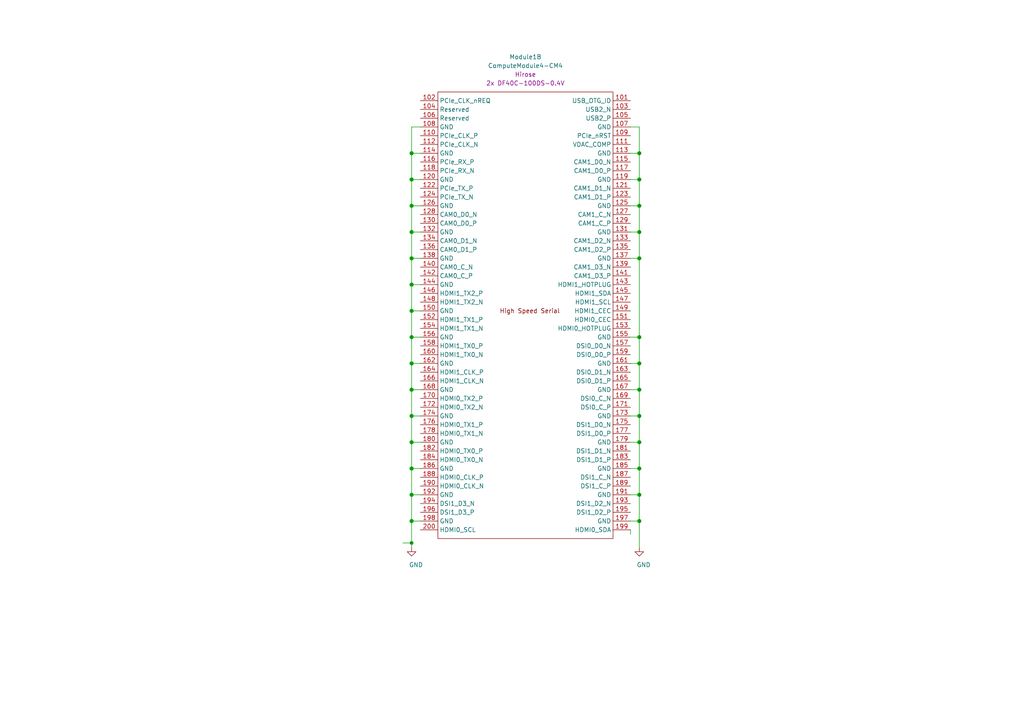
<source format=kicad_sch>
(kicad_sch (version 20250114) (generator "eeschema") (generator_version "9.0")
  (paper "A4")
  (title_block (title "Raspberry Pi Compute Module 4 Base Carrier") (date "2020-10-31") (rev "v01") (comment 2 "creativecommons.org/licenses/by-sa/4.0") (comment 3 "License: CC BY-SA 4.0") (comment 4 "Author: Shawn Hymel"))
  (lib_symbols
    (symbol "CM4IO:ComputeModule4-CM4"
      (property "Reference" "Module" (at 113.03 -68.58 0))
      (property "Value" "ComputeModule4-CM4" (at 140.97 2.54 0))
      (property "Manufacturer" "Hirose" (at 0 0 0))
      (property "MPN" "2x DF40C-100DS-0.4V" (at 0 -2.54 0))
      (property "MPN (Alt)" "2x DF40HC(3.0)-100DS-0.4V" (at 0 0 0))
      (symbol "ComputeModule4-CM4_1_0"
        (text "GPIO" (at 0 6.35 0) (effects (font (size 1.27 1.27))))
      )
      (symbol "ComputeModule4-CM4_1_1"
        (rectangle (start -30.48 -71.12) (end 25.4 58.42))
        (text "600mA Max" (at -8.89 -48.26 0) (effects (font (size 1.27 1.27))))
        (text "600mA Max" (at -8.89 -53.34 0) (effects (font (size 1.27 1.27))))
        (text "NB SD signals are only available" (at -1.27 -27.94 0) (effects (font (size 1.27 1.27))))
        (text "on modules without eMMC" (at -1.27 -30.48 0) (effects (font (size 1.27 1.27))))
        (pin power_in line (at -33.02 55.88 0) (length 2.54) (name "GND") (number "2"))
        (pin passive line (at -33.02 53.34 0) (length 2.54) (name "Ethernet_Pair1_P") (number "4"))
        (pin passive line (at -33.02 50.8 0) (length 2.54) (name "Ethernet_Pair1_N") (number "6"))
        (pin power_in line (at -33.02 48.26 0) (length 2.54) (name "GND") (number "8"))
        (pin passive line (at -33.02 45.72 0) (length 2.54) (name "Ethernet_Pair0_N") (number "10"))
        (pin passive line (at -33.02 43.18 0) (length 2.54) (name "Ethernet_Pair0_P") (number "12"))
        (pin power_in line (at -33.02 40.64 0) (length 2.54) (name "GND") (number "14"))
        (pin input line (at -33.02 38.1 0) (length 2.54) (name "Ethernet_SYNC_IN(1.8v)") (number "16"))
        (pin input line (at -33.02 35.56 0) (length 2.54) (name "Ethernet_SYNC_OUT(1.8v)") (number "18"))
        (pin passive line (at -33.02 33.02 0) (length 2.54) (name "EEPROM_nWP") (number "20"))
        (pin power_in line (at -33.02 30.48 0) (length 2.54) (name "GND") (number "22"))
        (pin passive line (at -33.02 27.94 0) (length 2.54) (name "GPIO26") (number "24"))
        (pin passive line (at -33.02 25.4 0) (length 2.54) (name "GPIO19") (number "26"))
        (pin passive line (at -33.02 22.86 0) (length 2.54) (name "GPIO13") (number "28"))
        (pin passive line (at -33.02 20.32 0) (length 2.54) (name "GPIO6") (number "30"))
        (pin power_in line (at -33.02 17.78 0) (length 2.54) (name "GND") (number "32"))
        (pin passive line (at -33.02 15.24 0) (length 2.54) (name "GPIO5") (number "34"))
        (pin passive line (at -33.02 12.7 0) (length 2.54) (name "ID_SD") (number "36"))
        (pin passive line (at -33.02 10.16 0) (length 2.54) (name "GPIO11") (number "38"))
        (pin passive line (at -33.02 7.62 0) (length 2.54) (name "GPIO9") (number "40"))
        (pin power_in line (at -33.02 5.08 0) (length 2.54) (name "GND") (number "42"))
        (pin passive line (at -33.02 2.54 0) (length 2.54) (name "GPIO10") (number "44"))
        (pin passive line (at -33.02 0 0) (length 2.54) (name "GPIO22") (number "46"))
        (pin passive line (at -33.02 -2.54 0) (length 2.54) (name "GPIO27") (number "48"))
        (pin passive line (at -33.02 -5.08 0) (length 2.54) (name "GPIO17") (number "50"))
        (pin power_in line (at -33.02 -7.62 0) (length 2.54) (name "GND") (number "52"))
        (pin passive line (at -33.02 -10.16 0) (length 2.54) (name "GPIO4") (number "54"))
        (pin passive line (at -33.02 -12.7 0) (length 2.54) (name "GPIO3") (number "56"))
        (pin passive line (at -33.02 -15.24 0) (length 2.54) (name "GPIO2") (number "58"))
        (pin power_in line (at -33.02 -17.78 0) (length 2.54) (name "GND") (number "60"))
        (pin passive line (at -33.02 -20.32 0) (length 2.54) (name "SD_CMD") (number "62"))
        (pin passive line (at -33.02 -22.86 0) (length 2.54) (name "SD_DAT5") (number "64"))
        (pin power_in line (at -33.02 -25.4 0) (length 2.54) (name "GND") (number "66"))
        (pin passive line (at -33.02 -27.94 0) (length 2.54) (name "SD_DAT4") (number "68"))
        (pin passive line (at -33.02 -30.48 0) (length 2.54) (name "SD_DAT7") (number "70"))
        (pin passive line (at -33.02 -33.02 0) (length 2.54) (name "SD_DAT6") (number "72"))
        (pin power_in line (at -33.02 -35.56 0) (length 2.54) (name "GND") (number "74"))
        (pin passive line (at -33.02 -38.1 0) (length 2.54) (name "Reserved") (number "76"))
        (pin power_in line (at -33.02 -40.64 0) (length 2.54) (name "GPIO_VREF(1.8v/3.3v_Input)") (number "78"))
        (pin passive line (at -33.02 -43.18 0) (length 2.54) (name "SCL0") (number "80"))
        (pin passive line (at -33.02 -45.72 0) (length 2.54) (name "SDA0") (number "82"))
        (pin power_out line (at -33.02 -48.26 0) (length 2.54) (name "+3.3v_(Output)") (number "84"))
        (pin power_out line (at -33.02 -50.8 0) (length 2.54) (name "+3.3v_(Output)") (number "86"))
        (pin power_out line (at -33.02 -53.34 0) (length 2.54) (name "+1.8v_(Output)") (number "88"))
        (pin power_out line (at -33.02 -55.88 0) (length 2.54) (name "+1.8v_(Output)") (number "90"))
        (pin passive line (at -33.02 -58.42 0) (length 2.54) (name "RUN_PG") (number "92"))
        (pin passive line (at -33.02 -60.96 0) (length 2.54) (name "AnalogIP0") (number "94"))
        (pin passive line (at -33.02 -63.5 0) (length 2.54) (name "AnalogIP1") (number "96"))
        (pin power_in line (at -33.02 -66.04 0) (length 2.54) (name "GND") (number "98"))
        (pin output line (at -33.02 -68.58 0) (length 2.54) (name "nEXTRST") (number "100"))
        (pin power_in line (at 27.94 55.88 180) (length 2.54) (name "GND") (number "1"))
        (pin passive line (at 27.94 53.34 180) (length 2.54) (name "Ethernet_Pair3_P") (number "3"))
        (pin passive line (at 27.94 50.8 180) (length 2.54) (name "Ethernet_Pair3_N") (number "5"))
        (pin power_in line (at 27.94 48.26 180) (length 2.54) (name "GND") (number "7"))
        (pin passive line (at 27.94 45.72 180) (length 2.54) (name "Ethernet_Pair2_N") (number "9"))
        (pin passive line (at 27.94 43.18 180) (length 2.54) (name "Ethernet_Pair2_P") (number "11"))
        (pin power_in line (at 27.94 40.64 180) (length 2.54) (name "GND") (number "13"))
        (pin output line (at 27.94 38.1 180) (length 2.54) (name "Ethernet_nLED3(3.3v)") (number "15"))
        (pin output line (at 27.94 35.56 180) (length 2.54) (name "Ethernet_nLED2(3.3v)") (number "17"))
        (pin output line (at 27.94 33.02 180) (length 2.54) (name "Ethernet_nLED1(3.3v)") (number "19"))
        (pin open_collector line (at 27.94 30.48 180) (length 2.54) (name "PI_nLED_Activity") (number "21"))
        (pin power_in line (at 27.94 27.94 180) (length 2.54) (name "GND") (number "23"))
        (pin passive line (at 27.94 25.4 180) (length 2.54) (name "GPIO21") (number "25"))
        (pin passive line (at 27.94 22.86 180) (length 2.54) (name "GPIO20") (number "27"))
        (pin passive line (at 27.94 20.32 180) (length 2.54) (name "GPIO16") (number "29"))
        (pin passive line (at 27.94 17.78 180) (length 2.54) (name "GPIO12") (number "31"))
        (pin power_in line (at 27.94 15.24 180) (length 2.54) (name "GND") (number "33"))
        (pin passive line (at 27.94 12.7 180) (length 2.54) (name "ID_SC") (number "35"))
        (pin passive line (at 27.94 10.16 180) (length 2.54) (name "GPIO7") (number "37"))
        (pin passive line (at 27.94 7.62 180) (length 2.54) (name "GPIO8") (number "39"))
        (pin passive line (at 27.94 5.08 180) (length 2.54) (name "GPIO25") (number "41"))
        (pin power_in line (at 27.94 2.54 180) (length 2.54) (name "GND") (number "43"))
        (pin passive line (at 27.94 0 180) (length 2.54) (name "GPIO24") (number "45"))
        (pin passive line (at 27.94 -2.54 180) (length 2.54) (name "GPIO23") (number "47"))
        (pin passive line (at 27.94 -5.08 180) (length 2.54) (name "GPIO18") (number "49"))
        (pin passive line (at 27.94 -7.62 180) (length 2.54) (name "GPIO15") (number "51"))
        (pin power_in line (at 27.94 -10.16 180) (length 2.54) (name "GND") (number "53"))
        (pin passive line (at 27.94 -12.7 180) (length 2.54) (name "GPIO14") (number "55"))
        (pin passive line (at 27.94 -15.24 180) (length 2.54) (name "SD_CLK") (number "57"))
        (pin power_in line (at 27.94 -17.78 180) (length 2.54) (name "GND") (number "59"))
        (pin passive line (at 27.94 -20.32 180) (length 2.54) (name "SD_DAT3") (number "61"))
        (pin passive line (at 27.94 -22.86 180) (length 2.54) (name "SD_DAT0") (number "63"))
        (pin power_in line (at 27.94 -25.4 180) (length 2.54) (name "GND") (number "65"))
        (pin passive line (at 27.94 -27.94 180) (length 2.54) (name "SD_DAT1") (number "67"))
        (pin passive line (at 27.94 -30.48 180) (length 2.54) (name "SD_DAT2") (number "69"))
        (pin power_in line (at 27.94 -33.02 180) (length 2.54) (name "GND") (number "71"))
        (pin input line (at 27.94 -35.56 180) (length 2.54) (name "SD_VDD_Override") (number "73"))
        (pin output line (at 27.94 -38.1 180) (length 2.54) (name "SD_PWR_ON") (number "75"))
        (pin power_in line (at 27.94 -40.64 180) (length 2.54) (name "+5v_(Input)") (number "77"))
        (pin power_in line (at 27.94 -43.18 180) (length 2.54) (name "+5v_(Input)") (number "79"))
        (pin power_in line (at 27.94 -45.72 180) (length 2.54) (name "+5v_(Input)") (number "81"))
        (pin power_in line (at 27.94 -48.26 180) (length 2.54) (name "+5v_(Input)") (number "83"))
        (pin power_in line (at 27.94 -50.8 180) (length 2.54) (name "+5v_(Input)") (number "85"))
        (pin power_in line (at 27.94 -53.34 180) (length 2.54) (name "+5v_(Input)") (number "87"))
        (pin power_in line (at 27.94 -55.88 180) (length 2.54) (name "WiFi_nDisable") (number "89"))
        (pin power_in line (at 27.94 -58.42 180) (length 2.54) (name "BT_nDisable") (number "91"))
        (pin input line (at 27.94 -60.96 180) (length 2.54) (name "nRPIBOOT") (number "93"))
        (pin output line (at 27.94 -63.5 180) (length 2.54) (name "nPI_LED_PWR") (number "95"))
        (pin passive line (at 27.94 -66.04 180) (length 2.54) (name "Camera_GPIO") (number "97"))
        (pin input line (at 27.94 -68.58 180) (length 2.54) (name "Global_EN") (number "99"))
      )
      (symbol "ComputeModule4-CM4_2_1"
        (rectangle (start 114.3 -66.04) (end 165.1 63.5))
        (text "High Speed Serial" (at 140.97 0 0) (effects (font (size 1.27 1.27))))
        (pin input line (at 109.22 60.96 0) (length 5.08) (name "PCIe_CLK_nREQ") (number "102"))
        (pin passive line (at 109.22 58.42 0) (length 5.08) (name "Reserved") (number "104"))
        (pin passive line (at 109.22 55.88 0) (length 5.08) (name "Reserved") (number "106"))
        (pin power_in line (at 109.22 53.34 0) (length 5.08) (name "GND") (number "108"))
        (pin output line (at 109.22 50.8 0) (length 5.08) (name "PCIe_CLK_P") (number "110"))
        (pin output line (at 109.22 48.26 0) (length 5.08) (name "PCIe_CLK_N") (number "112"))
        (pin power_in line (at 109.22 45.72 0) (length 5.08) (name "GND") (number "114"))
        (pin input line (at 109.22 43.18 0) (length 5.08) (name "PCIe_RX_P") (number "116"))
        (pin input line (at 109.22 40.64 0) (length 5.08) (name "PCIe_RX_N") (number "118"))
        (pin power_in line (at 109.22 38.1 0) (length 5.08) (name "GND") (number "120"))
        (pin output line (at 109.22 35.56 0) (length 5.08) (name "PCIe_TX_P") (number "122"))
        (pin output line (at 109.22 33.02 0) (length 5.08) (name "PCIe_TX_N") (number "124"))
        (pin power_in line (at 109.22 30.48 0) (length 5.08) (name "GND") (number "126"))
        (pin input line (at 109.22 27.94 0) (length 5.08) (name "CAM0_D0_N") (number "128"))
        (pin input line (at 109.22 25.4 0) (length 5.08) (name "CAM0_D0_P") (number "130"))
        (pin power_in line (at 109.22 22.86 0) (length 5.08) (name "GND") (number "132"))
        (pin input line (at 109.22 20.32 0) (length 5.08) (name "CAM0_D1_N") (number "134"))
        (pin input line (at 109.22 17.78 0) (length 5.08) (name "CAM0_D1_P") (number "136"))
        (pin power_in line (at 109.22 15.24 0) (length 5.08) (name "GND") (number "138"))
        (pin input line (at 109.22 12.7 0) (length 5.08) (name "CAM0_C_N") (number "140"))
        (pin input line (at 109.22 10.16 0) (length 5.08) (name "CAM0_C_P") (number "142"))
        (pin power_in line (at 109.22 7.62 0) (length 5.08) (name "GND") (number "144"))
        (pin output line (at 109.22 5.08 0) (length 5.08) (name "HDMI1_TX2_P") (number "146"))
        (pin output line (at 109.22 2.54 0) (length 5.08) (name "HDMI1_TX2_N") (number "148"))
        (pin power_in line (at 109.22 0 0) (length 5.08) (name "GND") (number "150"))
        (pin output line (at 109.22 -2.54 0) (length 5.08) (name "HDMI1_TX1_P") (number "152"))
        (pin output line (at 109.22 -5.08 0) (length 5.08) (name "HDMI1_TX1_N") (number "154"))
        (pin power_in line (at 109.22 -7.62 0) (length 5.08) (name "GND") (number "156"))
        (pin output line (at 109.22 -10.16 0) (length 5.08) (name "HDMI1_TX0_P") (number "158"))
        (pin output line (at 109.22 -12.7 0) (length 5.08) (name "HDMI1_TX0_N") (number "160"))
        (pin power_in line (at 109.22 -15.24 0) (length 5.08) (name "GND") (number "162"))
        (pin output line (at 109.22 -17.78 0) (length 5.08) (name "HDMI1_CLK_P") (number "164"))
        (pin output line (at 109.22 -20.32 0) (length 5.08) (name "HDMI1_CLK_N") (number "166"))
        (pin power_in line (at 109.22 -22.86 0) (length 5.08) (name "GND") (number "168"))
        (pin output line (at 109.22 -25.4 0) (length 5.08) (name "HDMI0_TX2_P") (number "170"))
        (pin output line (at 109.22 -27.94 0) (length 5.08) (name "HDMI0_TX2_N") (number "172"))
        (pin power_in line (at 109.22 -30.48 0) (length 5.08) (name "GND") (number "174"))
        (pin output line (at 109.22 -33.02 0) (length 5.08) (name "HDMI0_TX1_P") (number "176"))
        (pin output line (at 109.22 -35.56 0) (length 5.08) (name "HDMI0_TX1_N") (number "178"))
        (pin power_in line (at 109.22 -38.1 0) (length 5.08) (name "GND") (number "180"))
        (pin output line (at 109.22 -40.64 0) (length 5.08) (name "HDMI0_TX0_P") (number "182"))
        (pin output line (at 109.22 -43.18 0) (length 5.08) (name "HDMI0_TX0_N") (number "184"))
        (pin power_in line (at 109.22 -45.72 0) (length 5.08) (name "GND") (number "186"))
        (pin output line (at 109.22 -48.26 0) (length 5.08) (name "HDMI0_CLK_P") (number "188"))
        (pin output line (at 109.22 -50.8 0) (length 5.08) (name "HDMI0_CLK_N") (number "190"))
        (pin power_in line (at 109.22 -53.34 0) (length 5.08) (name "GND") (number "192"))
        (pin output line (at 109.22 -55.88 0) (length 5.08) (name "DSI1_D3_N") (number "194"))
        (pin output line (at 109.22 -58.42 0) (length 5.08) (name "DSI1_D3_P") (number "196"))
        (pin power_in line (at 109.22 -60.96 0) (length 5.08) (name "GND") (number "198"))
        (pin open_collector line (at 109.22 -63.5 0) (length 5.08) (name "HDMI0_SCL") (number "200"))
        (pin input line (at 170.18 60.96 180) (length 5.08) (name "USB_OTG_ID") (number "101"))
        (pin passive line (at 170.18 58.42 180) (length 5.08) (name "USB2_N") (number "103"))
        (pin passive line (at 170.18 55.88 180) (length 5.08) (name "USB2_P") (number "105"))
        (pin power_in line (at 170.18 53.34 180) (length 5.08) (name "GND") (number "107"))
        (pin bidirectional line (at 170.18 50.8 180) (length 5.08) (name "PCIe_nRST") (number "109"))
        (pin passive line (at 170.18 48.26 180) (length 5.08) (name "VDAC_COMP") (number "111"))
        (pin power_in line (at 170.18 45.72 180) (length 5.08) (name "GND") (number "113"))
        (pin input line (at 170.18 43.18 180) (length 5.08) (name "CAM1_D0_N") (number "115"))
        (pin input line (at 170.18 40.64 180) (length 5.08) (name "CAM1_D0_P") (number "117"))
        (pin power_in line (at 170.18 38.1 180) (length 5.08) (name "GND") (number "119"))
        (pin input line (at 170.18 35.56 180) (length 5.08) (name "CAM1_D1_N") (number "121"))
        (pin input line (at 170.18 33.02 180) (length 5.08) (name "CAM1_D1_P") (number "123"))
        (pin power_in line (at 170.18 30.48 180) (length 5.08) (name "GND") (number "125"))
        (pin input line (at 170.18 27.94 180) (length 5.08) (name "CAM1_C_N") (number "127"))
        (pin input line (at 170.18 25.4 180) (length 5.08) (name "CAM1_C_P") (number "129"))
        (pin power_in line (at 170.18 22.86 180) (length 5.08) (name "GND") (number "131"))
        (pin input line (at 170.18 20.32 180) (length 5.08) (name "CAM1_D2_N") (number "133"))
        (pin input line (at 170.18 17.78 180) (length 5.08) (name "CAM1_D2_P") (number "135"))
        (pin power_in line (at 170.18 15.24 180) (length 5.08) (name "GND") (number "137"))
        (pin input line (at 170.18 12.7 180) (length 5.08) (name "CAM1_D3_N") (number "139"))
        (pin input line (at 170.18 10.16 180) (length 5.08) (name "CAM1_D3_P") (number "141"))
        (pin input line (at 170.18 7.62 180) (length 5.08) (name "HDMI1_HOTPLUG") (number "143"))
        (pin bidirectional line (at 170.18 5.08 180) (length 5.08) (name "HDMI1_SDA") (number "145"))
        (pin open_collector line (at 170.18 2.54 180) (length 5.08) (name "HDMI1_SCL") (number "147"))
        (pin open_collector line (at 170.18 0 180) (length 5.08) (name "HDMI1_CEC") (number "149"))
        (pin open_collector line (at 170.18 -2.54 180) (length 5.08) (name "HDMI0_CEC") (number "151"))
        (pin input line (at 170.18 -5.08 180) (length 5.08) (name "HDMI0_HOTPLUG") (number "153"))
        (pin power_in line (at 170.18 -7.62 180) (length 5.08) (name "GND") (number "155"))
        (pin output line (at 170.18 -10.16 180) (length 5.08) (name "DSI0_D0_N") (number "157"))
        (pin output line (at 170.18 -12.7 180) (length 5.08) (name "DSI0_D0_P") (number "159"))
        (pin power_in line (at 170.18 -15.24 180) (length 5.08) (name "GND") (number "161"))
        (pin output line (at 170.18 -17.78 180) (length 5.08) (name "DSI0_D1_N") (number "163"))
        (pin output line (at 170.18 -20.32 180) (length 5.08) (name "DSI0_D1_P") (number "165"))
        (pin power_in line (at 170.18 -22.86 180) (length 5.08) (name "GND") (number "167"))
        (pin output line (at 170.18 -25.4 180) (length 5.08) (name "DSI0_C_N") (number "169"))
        (pin output line (at 170.18 -27.94 180) (length 5.08) (name "DSI0_C_P") (number "171"))
        (pin power_in line (at 170.18 -30.48 180) (length 5.08) (name "GND") (number "173"))
        (pin output line (at 170.18 -33.02 180) (length 5.08) (name "DSI1_D0_N") (number "175"))
        (pin output line (at 170.18 -35.56 180) (length 5.08) (name "DSI1_D0_P") (number "177"))
        (pin power_in line (at 170.18 -38.1 180) (length 5.08) (name "GND") (number "179"))
        (pin output line (at 170.18 -40.64 180) (length 5.08) (name "DSI1_D1_N") (number "181"))
        (pin output line (at 170.18 -43.18 180) (length 5.08) (name "DSI1_D1_P") (number "183"))
        (pin power_in line (at 170.18 -45.72 180) (length 5.08) (name "GND") (number "185"))
        (pin output line (at 170.18 -48.26 180) (length 5.08) (name "DSI1_C_N") (number "187"))
        (pin output line (at 170.18 -50.8 180) (length 5.08) (name "DSI1_C_P") (number "189"))
        (pin power_in line (at 170.18 -53.34 180) (length 5.08) (name "GND") (number "191"))
        (pin output line (at 170.18 -55.88 180) (length 5.08) (name "DSI1_D2_N") (number "193"))
        (pin output line (at 170.18 -58.42 180) (length 5.08) (name "DSI1_D2_P") (number "195"))
        (pin power_in line (at 170.18 -60.96 180) (length 5.08) (name "GND") (number "197"))
        (pin bidirectional line (at 170.18 -63.5 180) (length 5.08) (name "HDMI0_SDA") (number "199"))
      )
    )
    (symbol "power:GND" (power) (pin_names (offset 0))
      (property "Value" "GND" (at 0 -3.81 0))
      (symbol "GND_0_1"
        (polyline (pts (xy 0 0) (xy 0 -1.27) (xy 1.27 -1.27) (xy 0 -2.54) (xy -1.27 -1.27) (xy 0 -1.27)))
      )
      (symbol "GND_1_1"
        (pin power_in line (at 0 0 270) (length 0) (hide yes) (name "GND") (number "1"))
      )
    )
  )
  (junction (at 185.42 74.93) (diameter 1.016))
  (junction (at 185.42 67.31) (diameter 1.016))
  (junction (at 185.42 151.13) (diameter 1.016))
  (junction (at 119.38 151.13) (diameter 1.016))
  (junction (at 185.42 113.03) (diameter 1.016))
  (junction (at 119.38 74.93) (diameter 1.016))
  (junction (at 185.42 44.45) (diameter 1.016))
  (junction (at 119.38 120.65) (diameter 1.016))
  (junction (at 119.38 82.55) (diameter 1.016))
  (junction (at 119.38 90.17) (diameter 1.016))
  (junction (at 185.42 97.79) (diameter 1.016))
  (junction (at 185.42 120.65) (diameter 1.016))
  (junction (at 185.42 143.51) (diameter 1.016))
  (junction (at 119.38 143.51) (diameter 1.016))
  (junction (at 119.38 59.69) (diameter 1.016))
  (junction (at 119.38 52.07) (diameter 1.016))
  (junction (at 185.42 135.89) (diameter 1.016))
  (junction (at 185.42 59.69) (diameter 1.016))
  (junction (at 119.38 67.31) (diameter 1.016))
  (junction (at 119.38 105.41) (diameter 1.016))
  (junction (at 185.42 52.07) (diameter 1.016))
  (junction (at 185.42 105.41) (diameter 1.016))
  (junction (at 119.38 113.03) (diameter 1.016))
  (junction (at 185.42 128.27) (diameter 1.016))
  (junction (at 119.38 157.48))
  (junction (at 119.38 44.45) (diameter 1.016))
  (junction (at 119.38 97.79) (diameter 1.016))
  (junction (at 119.38 128.27) (diameter 1.016))
  (junction (at 119.38 135.89) (diameter 1.016))
  (wire (pts (xy 182.88 153.67) (xy 182.88 154.94)))
  (wire (pts (xy 119.38 90.17) (xy 119.38 97.79)))
  (wire (pts (xy 182.88 120.65) (xy 185.42 120.65)))
  (wire (pts (xy 119.38 44.45) (xy 119.38 52.07)))
  (wire (pts (xy 182.88 97.79) (xy 185.42 97.79)))
  (wire (pts (xy 119.38 151.13) (xy 121.92 151.13)))
  (wire (pts (xy 185.42 105.41) (xy 185.42 113.03)))
  (wire (pts (xy 185.42 120.65) (xy 185.42 128.27)))
  (wire (pts (xy 185.42 135.89) (xy 185.42 143.51)))
  (wire (pts (xy 182.88 52.07) (xy 185.42 52.07)))
  (wire (pts (xy 182.88 151.13) (xy 185.42 151.13)))
  (wire (pts (xy 182.88 105.41) (xy 185.42 105.41)))
  (wire (pts (xy 182.88 128.27) (xy 185.42 128.27)))
  (wire (pts (xy 119.38 74.93) (xy 121.92 74.93)))
  (wire (pts (xy 119.38 97.79) (xy 119.38 105.41)))
  (wire (pts (xy 119.38 67.31) (xy 119.38 74.93)))
  (wire (pts (xy 185.42 151.13) (xy 185.42 158.75)))
  (wire (pts (xy 119.38 52.07) (xy 121.92 52.07)))
  (wire (pts (xy 119.38 105.41) (xy 119.38 113.03)))
  (wire (pts (xy 119.38 82.55) (xy 121.92 82.55)))
  (wire (pts (xy 185.42 113.03) (xy 185.42 120.65)))
  (wire (pts (xy 119.38 143.51) (xy 121.92 143.51)))
  (wire (pts (xy 116.84 157.48) (xy 119.38 157.48)))
  (wire (pts (xy 119.38 74.93) (xy 119.38 82.55)))
  (wire (pts (xy 185.42 36.83) (xy 185.42 44.45)))
  (wire (pts (xy 185.42 143.51) (xy 185.42 151.13)))
  (wire (pts (xy 119.38 135.89) (xy 119.38 143.51)))
  (wire (pts (xy 119.38 113.03) (xy 119.38 120.65)))
  (wire (pts (xy 119.38 135.89) (xy 121.92 135.89)))
  (wire (pts (xy 119.38 36.83) (xy 121.92 36.83)))
  (wire (pts (xy 119.38 36.83) (xy 119.38 44.45)))
  (wire (pts (xy 119.38 157.48) (xy 119.38 158.75)))
  (wire (pts (xy 185.42 128.27) (xy 185.42 135.89)))
  (wire (pts (xy 119.38 120.65) (xy 121.92 120.65)))
  (wire (pts (xy 119.38 151.13) (xy 119.38 157.48)))
  (wire (pts (xy 119.38 113.03) (xy 121.92 113.03)))
  (wire (pts (xy 185.42 67.31) (xy 185.42 74.93)))
  (wire (pts (xy 182.88 59.69) (xy 185.42 59.69)))
  (wire (pts (xy 119.38 128.27) (xy 121.92 128.27)))
  (wire (pts (xy 182.88 113.03) (xy 185.42 113.03)))
  (wire (pts (xy 119.38 120.65) (xy 119.38 128.27)))
  (wire (pts (xy 119.38 143.51) (xy 119.38 151.13)))
  (wire (pts (xy 119.38 128.27) (xy 119.38 135.89)))
  (wire (pts (xy 119.38 105.41) (xy 121.92 105.41)))
  (wire (pts (xy 119.38 52.07) (xy 119.38 59.69)))
  (wire (pts (xy 185.42 59.69) (xy 185.42 67.31)))
  (wire (pts (xy 182.88 36.83) (xy 185.42 36.83)))
  (wire (pts (xy 119.38 59.69) (xy 121.92 59.69)))
  (wire (pts (xy 182.88 135.89) (xy 185.42 135.89)))
  (wire (pts (xy 119.38 82.55) (xy 119.38 90.17)))
  (wire (pts (xy 185.42 74.93) (xy 185.42 97.79)))
  (wire (pts (xy 119.38 59.69) (xy 119.38 67.31)))
  (wire (pts (xy 185.42 52.07) (xy 185.42 59.69)))
  (wire (pts (xy 182.88 143.51) (xy 185.42 143.51)))
  (wire (pts (xy 119.38 97.79) (xy 121.92 97.79)))
  (wire (pts (xy 182.88 74.93) (xy 185.42 74.93)))
  (wire (pts (xy 182.88 67.31) (xy 185.42 67.31)))
  (wire (pts (xy 182.88 44.45) (xy 185.42 44.45)))
  (wire (pts (xy 119.38 44.45) (xy 121.92 44.45)))
  (wire (pts (xy 119.38 67.31) (xy 121.92 67.31)))
  (wire (pts (xy 185.42 44.45) (xy 185.42 52.07)))
  (wire (pts (xy 185.42 97.79) (xy 185.42 105.41)))
  (wire (pts (xy 119.38 90.17) (xy 121.92 90.17)))
  (symbol (lib_id "power:GND") (at 119.38 158.75 0) (unit 1)
    (property "Reference" "#PWR0111" (effects (hide yes)))
    (property "Value" "GND" (at 120.65 163.83 0))
  )
  (symbol (lib_id "power:GND") (at 185.42 158.75 0) (unit 1)
    (property "Reference" "#PWR0112" (effects (hide yes)))
    (property "Value" "GND" (at 186.69 163.83 0))
  )
  (symbol (lib_id "CM4IO:ComputeModule4-CM4") (at 12.7 90.17 0) (unit 2)
    (property "Reference" "Module1" (at 152.4 16.51 0))
    (property "Value" "ComputeModule4-CM4" (at 152.4 19.05 0))
    (property "Footprint" "CM4IO:Raspberry-Pi-4-Compute-Module" (effects (hide yes)))
    (property "Field4" "Hirose" (at 152.4 21.59 0))
    (property "Field5" "2x DF40C-100DS-0.4V" (at 152.4 24.13 0))
    (property "Digi-Key_PN" "2x H11615CT-ND" (effects (hide yes)))
    (property "Digi-Key_PN (Alt)" "2x H124602CT-ND" (effects (hide yes)))
  )
)
</source>
